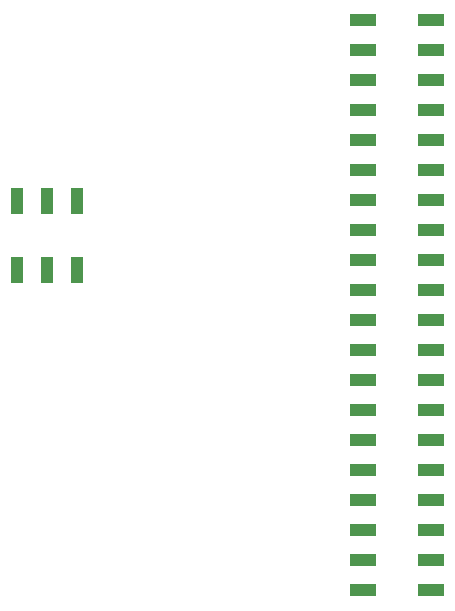
<source format=gbp>
G04 #@! TF.GenerationSoftware,KiCad,Pcbnew,(7.0.0-0)*
G04 #@! TF.CreationDate,2023-03-19T22:54:23+01:00*
G04 #@! TF.ProjectId,TinyLlama-Wavetable,54696e79-4c6c-4616-9d61-2d5761766574,rev?*
G04 #@! TF.SameCoordinates,Original*
G04 #@! TF.FileFunction,Paste,Bot*
G04 #@! TF.FilePolarity,Positive*
%FSLAX46Y46*%
G04 Gerber Fmt 4.6, Leading zero omitted, Abs format (unit mm)*
G04 Created by KiCad (PCBNEW (7.0.0-0)) date 2023-03-19 22:54:23*
%MOMM*%
%LPD*%
G01*
G04 APERTURE LIST*
%ADD10R,1.020000X2.300000*%
%ADD11R,2.300000X1.020000*%
G04 APERTURE END LIST*
D10*
X-27089999Y3034999D03*
X-29629999Y3034999D03*
X-32169999Y3034999D03*
X-32169999Y8834999D03*
X-29629999Y8834999D03*
X-27089999Y8834999D03*
D11*
X-2899999Y24129999D03*
X2899999Y24129999D03*
X-2899999Y21589999D03*
X2899999Y21589999D03*
X-2899999Y19049999D03*
X2899999Y19049999D03*
X-2899999Y16509999D03*
X2899999Y16509999D03*
X-2899999Y13969999D03*
X2899999Y13969999D03*
X-2899999Y11429999D03*
X2899999Y11429999D03*
X-2899999Y8889999D03*
X2899999Y8889999D03*
X-2899999Y6349999D03*
X2899999Y6349999D03*
X-2899999Y3809999D03*
X2899999Y3809999D03*
X-2899999Y1269999D03*
X2899999Y1269999D03*
X-2899999Y-1269999D03*
X2899999Y-1269999D03*
X-2899999Y-3809999D03*
X2899999Y-3809999D03*
X-2899999Y-6349999D03*
X2899999Y-6349999D03*
X-2899999Y-8889999D03*
X2899999Y-8889999D03*
X-2899999Y-11429999D03*
X2899999Y-11429999D03*
X-2899999Y-13969999D03*
X2899999Y-13969999D03*
X-2899999Y-16509999D03*
X2899999Y-16509999D03*
X-2899999Y-19049999D03*
X2899999Y-19049999D03*
X-2899999Y-21589999D03*
X2899999Y-21589999D03*
X-2899999Y-24129999D03*
X2899999Y-24129999D03*
M02*

</source>
